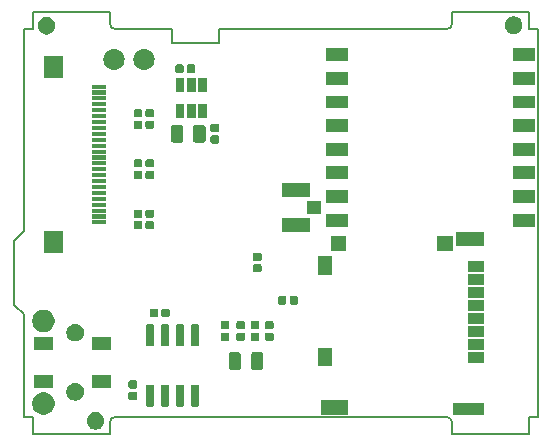
<source format=gbr>
%TF.GenerationSoftware,KiCad,Pcbnew,5.0.2-bee76a0~70~ubuntu18.04.1*%
%TF.CreationDate,2020-02-29T17:46:36-08:00*%
%TF.ProjectId,mainboard,6d61696e-626f-4617-9264-2e6b69636164,rev?*%
%TF.SameCoordinates,Original*%
%TF.FileFunction,Soldermask,Bot*%
%TF.FilePolarity,Negative*%
%FSLAX46Y46*%
G04 Gerber Fmt 4.6, Leading zero omitted, Abs format (unit mm)*
G04 Created by KiCad (PCBNEW 5.0.2-bee76a0~70~ubuntu18.04.1) date Sat 29 Feb 2020 05:46:36 PM PST*
%MOMM*%
%LPD*%
G01*
G04 APERTURE LIST*
%ADD10C,0.150000*%
%ADD11C,0.100000*%
G04 APERTURE END LIST*
D10*
X120902460Y-74415942D02*
X120102459Y-74415941D01*
X85102460Y-74415941D02*
G75*
G02X84602460Y-73915941I0J500000D01*
G01*
X113602459Y-73915941D02*
G75*
G02X113102459Y-74415941I-500000J0D01*
G01*
X113102459Y-107215941D02*
G75*
G02X113602459Y-107715941I0J-500000D01*
G01*
X84602460Y-107715941D02*
G75*
G02X85102460Y-107215941I500000J0D01*
G01*
X77340460Y-91475941D02*
X76502460Y-92313941D01*
X77340460Y-98555940D02*
X76502460Y-97790000D01*
X120102460Y-72915941D02*
X113602460Y-72915941D01*
X113602459Y-107715941D02*
X113602460Y-108715941D01*
X85102460Y-107215941D02*
X113102459Y-107215941D01*
X84602460Y-108715941D02*
X84602460Y-107715941D01*
X113602460Y-108715941D02*
X120102459Y-108715940D01*
X113102459Y-74415941D02*
X93872460Y-74415941D01*
X113602460Y-72915941D02*
X113602459Y-73915941D01*
X78102460Y-72915941D02*
X78102460Y-74415941D01*
X93872460Y-74415941D02*
X93872460Y-75565000D01*
X93872460Y-75565000D02*
X89872460Y-75565000D01*
X78102460Y-74415941D02*
X77340460Y-74415941D01*
X77340460Y-74415941D02*
X77340460Y-91475941D01*
X120102460Y-107215940D02*
X120902460Y-107215940D01*
X120102459Y-74415941D02*
X120102460Y-72915941D01*
X89872460Y-75565000D02*
X89872460Y-74415941D01*
X84602460Y-72915941D02*
X78102460Y-72915941D01*
X84602460Y-73915941D02*
X84602460Y-72915941D01*
X89872460Y-74415941D02*
X85102460Y-74415941D01*
X76502460Y-92313941D02*
X76502460Y-97790000D01*
X120902460Y-107215940D02*
X120902460Y-74415942D01*
X78102460Y-107215940D02*
X78102460Y-108715940D01*
X120102459Y-108715940D02*
X120102460Y-107215940D01*
X77340460Y-98555940D02*
X77340460Y-107215940D01*
X78102460Y-108715940D02*
X84602460Y-108715941D01*
X77340460Y-107215940D02*
X78102460Y-107215940D01*
D11*
G36*
X83618767Y-106828822D02*
X83755258Y-106885359D01*
X83878097Y-106967437D01*
X83982563Y-107071903D01*
X84064641Y-107194742D01*
X84121178Y-107331233D01*
X84150000Y-107476131D01*
X84150000Y-107623869D01*
X84121178Y-107768767D01*
X84064641Y-107905258D01*
X83982563Y-108028097D01*
X83878097Y-108132563D01*
X83755258Y-108214641D01*
X83618767Y-108271178D01*
X83473869Y-108300000D01*
X83326131Y-108300000D01*
X83181233Y-108271178D01*
X83044742Y-108214641D01*
X82921903Y-108132563D01*
X82817437Y-108028097D01*
X82735359Y-107905258D01*
X82678822Y-107768767D01*
X82650000Y-107623869D01*
X82650000Y-107476131D01*
X82678822Y-107331233D01*
X82735359Y-107194742D01*
X82817437Y-107071903D01*
X82921903Y-106967437D01*
X83044742Y-106885359D01*
X83181233Y-106828822D01*
X83326131Y-106800000D01*
X83473869Y-106800000D01*
X83618767Y-106828822D01*
X83618767Y-106828822D01*
G37*
G36*
X116256000Y-107083000D02*
X113658000Y-107083000D01*
X113658000Y-106035000D01*
X116256000Y-106035000D01*
X116256000Y-107083000D01*
X116256000Y-107083000D01*
G37*
G36*
X104776000Y-107083000D02*
X102478000Y-107083000D01*
X102478000Y-105835000D01*
X104776000Y-105835000D01*
X104776000Y-107083000D01*
X104776000Y-107083000D01*
G37*
G36*
X79264113Y-105176169D02*
X79436820Y-105247707D01*
X79592252Y-105351563D01*
X79724437Y-105483748D01*
X79828293Y-105639180D01*
X79899831Y-105811887D01*
X79936300Y-105995232D01*
X79936300Y-106182168D01*
X79899831Y-106365513D01*
X79828293Y-106538220D01*
X79724437Y-106693652D01*
X79592252Y-106825837D01*
X79436820Y-106929693D01*
X79264113Y-107001231D01*
X79080768Y-107037700D01*
X78893832Y-107037700D01*
X78710487Y-107001231D01*
X78537780Y-106929693D01*
X78382348Y-106825837D01*
X78250163Y-106693652D01*
X78146307Y-106538220D01*
X78074769Y-106365513D01*
X78038300Y-106182168D01*
X78038300Y-105995232D01*
X78074769Y-105811887D01*
X78146307Y-105639180D01*
X78250163Y-105483748D01*
X78382348Y-105351563D01*
X78537780Y-105247707D01*
X78710487Y-105176169D01*
X78893832Y-105139700D01*
X79080768Y-105139700D01*
X79264113Y-105176169D01*
X79264113Y-105176169D01*
G37*
G36*
X89509418Y-104524113D02*
X89537466Y-104532621D01*
X89563316Y-104546439D01*
X89585970Y-104565030D01*
X89604561Y-104587684D01*
X89618379Y-104613534D01*
X89626887Y-104641582D01*
X89630000Y-104673186D01*
X89630000Y-106216814D01*
X89626887Y-106248418D01*
X89618379Y-106276466D01*
X89604561Y-106302316D01*
X89585970Y-106324970D01*
X89563316Y-106343561D01*
X89537466Y-106357379D01*
X89509418Y-106365887D01*
X89477814Y-106369000D01*
X89084186Y-106369000D01*
X89052582Y-106365887D01*
X89024534Y-106357379D01*
X88998684Y-106343561D01*
X88976030Y-106324970D01*
X88957439Y-106302316D01*
X88943621Y-106276466D01*
X88935113Y-106248418D01*
X88932000Y-106216814D01*
X88932000Y-104673186D01*
X88935113Y-104641582D01*
X88943621Y-104613534D01*
X88957439Y-104587684D01*
X88976030Y-104565030D01*
X88998684Y-104546439D01*
X89024534Y-104532621D01*
X89052582Y-104524113D01*
X89084186Y-104521000D01*
X89477814Y-104521000D01*
X89509418Y-104524113D01*
X89509418Y-104524113D01*
G37*
G36*
X92049418Y-104524113D02*
X92077466Y-104532621D01*
X92103316Y-104546439D01*
X92125970Y-104565030D01*
X92144561Y-104587684D01*
X92158379Y-104613534D01*
X92166887Y-104641582D01*
X92170000Y-104673186D01*
X92170000Y-106216814D01*
X92166887Y-106248418D01*
X92158379Y-106276466D01*
X92144561Y-106302316D01*
X92125970Y-106324970D01*
X92103316Y-106343561D01*
X92077466Y-106357379D01*
X92049418Y-106365887D01*
X92017814Y-106369000D01*
X91624186Y-106369000D01*
X91592582Y-106365887D01*
X91564534Y-106357379D01*
X91538684Y-106343561D01*
X91516030Y-106324970D01*
X91497439Y-106302316D01*
X91483621Y-106276466D01*
X91475113Y-106248418D01*
X91472000Y-106216814D01*
X91472000Y-104673186D01*
X91475113Y-104641582D01*
X91483621Y-104613534D01*
X91497439Y-104587684D01*
X91516030Y-104565030D01*
X91538684Y-104546439D01*
X91564534Y-104532621D01*
X91592582Y-104524113D01*
X91624186Y-104521000D01*
X92017814Y-104521000D01*
X92049418Y-104524113D01*
X92049418Y-104524113D01*
G37*
G36*
X88239418Y-104524113D02*
X88267466Y-104532621D01*
X88293316Y-104546439D01*
X88315970Y-104565030D01*
X88334561Y-104587684D01*
X88348379Y-104613534D01*
X88356887Y-104641582D01*
X88360000Y-104673186D01*
X88360000Y-106216814D01*
X88356887Y-106248418D01*
X88348379Y-106276466D01*
X88334561Y-106302316D01*
X88315970Y-106324970D01*
X88293316Y-106343561D01*
X88267466Y-106357379D01*
X88239418Y-106365887D01*
X88207814Y-106369000D01*
X87814186Y-106369000D01*
X87782582Y-106365887D01*
X87754534Y-106357379D01*
X87728684Y-106343561D01*
X87706030Y-106324970D01*
X87687439Y-106302316D01*
X87673621Y-106276466D01*
X87665113Y-106248418D01*
X87662000Y-106216814D01*
X87662000Y-104673186D01*
X87665113Y-104641582D01*
X87673621Y-104613534D01*
X87687439Y-104587684D01*
X87706030Y-104565030D01*
X87728684Y-104546439D01*
X87754534Y-104532621D01*
X87782582Y-104524113D01*
X87814186Y-104521000D01*
X88207814Y-104521000D01*
X88239418Y-104524113D01*
X88239418Y-104524113D01*
G37*
G36*
X90779418Y-104524113D02*
X90807466Y-104532621D01*
X90833316Y-104546439D01*
X90855970Y-104565030D01*
X90874561Y-104587684D01*
X90888379Y-104613534D01*
X90896887Y-104641582D01*
X90900000Y-104673186D01*
X90900000Y-106216814D01*
X90896887Y-106248418D01*
X90888379Y-106276466D01*
X90874561Y-106302316D01*
X90855970Y-106324970D01*
X90833316Y-106343561D01*
X90807466Y-106357379D01*
X90779418Y-106365887D01*
X90747814Y-106369000D01*
X90354186Y-106369000D01*
X90322582Y-106365887D01*
X90294534Y-106357379D01*
X90268684Y-106343561D01*
X90246030Y-106324970D01*
X90227439Y-106302316D01*
X90213621Y-106276466D01*
X90205113Y-106248418D01*
X90202000Y-106216814D01*
X90202000Y-104673186D01*
X90205113Y-104641582D01*
X90213621Y-104613534D01*
X90227439Y-104587684D01*
X90246030Y-104565030D01*
X90268684Y-104546439D01*
X90294534Y-104532621D01*
X90322582Y-104524113D01*
X90354186Y-104521000D01*
X90747814Y-104521000D01*
X90779418Y-104524113D01*
X90779418Y-104524113D01*
G37*
G36*
X81834203Y-104350169D02*
X81906943Y-104364638D01*
X81952621Y-104383559D01*
X82043979Y-104421400D01*
X82167309Y-104503807D01*
X82272193Y-104608691D01*
X82354600Y-104732021D01*
X82411362Y-104869058D01*
X82440300Y-105014536D01*
X82440300Y-105162864D01*
X82411362Y-105308342D01*
X82354600Y-105445379D01*
X82272193Y-105568709D01*
X82167309Y-105673593D01*
X82043979Y-105756000D01*
X81959010Y-105791195D01*
X81906943Y-105812762D01*
X81834203Y-105827231D01*
X81761464Y-105841700D01*
X81613136Y-105841700D01*
X81540397Y-105827231D01*
X81467657Y-105812762D01*
X81415590Y-105791195D01*
X81330621Y-105756000D01*
X81207291Y-105673593D01*
X81102407Y-105568709D01*
X81020000Y-105445379D01*
X80963238Y-105308342D01*
X80934300Y-105162864D01*
X80934300Y-105014536D01*
X80963238Y-104869058D01*
X81020000Y-104732021D01*
X81102407Y-104608691D01*
X81207291Y-104503807D01*
X81330621Y-104421400D01*
X81421979Y-104383559D01*
X81467657Y-104364638D01*
X81540397Y-104350169D01*
X81613136Y-104335700D01*
X81761464Y-104335700D01*
X81834203Y-104350169D01*
X81834203Y-104350169D01*
G37*
G36*
X86800933Y-105109564D02*
X86828508Y-105117930D01*
X86853922Y-105131514D01*
X86876202Y-105149798D01*
X86894486Y-105172078D01*
X86908070Y-105197492D01*
X86916436Y-105225067D01*
X86919500Y-105256184D01*
X86919500Y-105644816D01*
X86916436Y-105675933D01*
X86908070Y-105703508D01*
X86894486Y-105728922D01*
X86876202Y-105751202D01*
X86853922Y-105769486D01*
X86828508Y-105783070D01*
X86800933Y-105791436D01*
X86769816Y-105794500D01*
X86331184Y-105794500D01*
X86300067Y-105791436D01*
X86272492Y-105783070D01*
X86247078Y-105769486D01*
X86224798Y-105751202D01*
X86206514Y-105728922D01*
X86192930Y-105703508D01*
X86184564Y-105675933D01*
X86181500Y-105644816D01*
X86181500Y-105256184D01*
X86184564Y-105225067D01*
X86192930Y-105197492D01*
X86206514Y-105172078D01*
X86224798Y-105149798D01*
X86247078Y-105131514D01*
X86272492Y-105117930D01*
X86300067Y-105109564D01*
X86331184Y-105106500D01*
X86769816Y-105106500D01*
X86800933Y-105109564D01*
X86800933Y-105109564D01*
G37*
G36*
X86800933Y-104139564D02*
X86828508Y-104147930D01*
X86853922Y-104161514D01*
X86876202Y-104179798D01*
X86894486Y-104202078D01*
X86908070Y-104227492D01*
X86916436Y-104255067D01*
X86919500Y-104286184D01*
X86919500Y-104674816D01*
X86916436Y-104705933D01*
X86908070Y-104733508D01*
X86894486Y-104758922D01*
X86876202Y-104781202D01*
X86853922Y-104799486D01*
X86828508Y-104813070D01*
X86800933Y-104821436D01*
X86769816Y-104824500D01*
X86331184Y-104824500D01*
X86300067Y-104821436D01*
X86272492Y-104813070D01*
X86247078Y-104799486D01*
X86224798Y-104781202D01*
X86206514Y-104758922D01*
X86192930Y-104733508D01*
X86184564Y-104705933D01*
X86181500Y-104674816D01*
X86181500Y-104286184D01*
X86184564Y-104255067D01*
X86192930Y-104227492D01*
X86206514Y-104202078D01*
X86224798Y-104179798D01*
X86247078Y-104161514D01*
X86272492Y-104147930D01*
X86300067Y-104139564D01*
X86331184Y-104136500D01*
X86769816Y-104136500D01*
X86800933Y-104139564D01*
X86800933Y-104139564D01*
G37*
G36*
X79819500Y-104765000D02*
X78221500Y-104765000D01*
X78221500Y-103667000D01*
X79819500Y-103667000D01*
X79819500Y-104765000D01*
X79819500Y-104765000D01*
G37*
G36*
X84719500Y-104765000D02*
X83121500Y-104765000D01*
X83121500Y-103667000D01*
X84719500Y-103667000D01*
X84719500Y-104765000D01*
X84719500Y-104765000D01*
G37*
G36*
X97416957Y-101755914D02*
X97462594Y-101769758D01*
X97504646Y-101792235D01*
X97541511Y-101822489D01*
X97571765Y-101859354D01*
X97594242Y-101901406D01*
X97608086Y-101947043D01*
X97613000Y-101996936D01*
X97613000Y-103003064D01*
X97608086Y-103052957D01*
X97594242Y-103098594D01*
X97571765Y-103140646D01*
X97541511Y-103177511D01*
X97504646Y-103207765D01*
X97462594Y-103230242D01*
X97416957Y-103244086D01*
X97367064Y-103249000D01*
X96785936Y-103249000D01*
X96736043Y-103244086D01*
X96690406Y-103230242D01*
X96648354Y-103207765D01*
X96611489Y-103177511D01*
X96581235Y-103140646D01*
X96558758Y-103098594D01*
X96544914Y-103052957D01*
X96540000Y-103003064D01*
X96540000Y-101996936D01*
X96544914Y-101947043D01*
X96558758Y-101901406D01*
X96581235Y-101859354D01*
X96611489Y-101822489D01*
X96648354Y-101792235D01*
X96690406Y-101769758D01*
X96736043Y-101755914D01*
X96785936Y-101751000D01*
X97367064Y-101751000D01*
X97416957Y-101755914D01*
X97416957Y-101755914D01*
G37*
G36*
X95541957Y-101755914D02*
X95587594Y-101769758D01*
X95629646Y-101792235D01*
X95666511Y-101822489D01*
X95696765Y-101859354D01*
X95719242Y-101901406D01*
X95733086Y-101947043D01*
X95738000Y-101996936D01*
X95738000Y-103003064D01*
X95733086Y-103052957D01*
X95719242Y-103098594D01*
X95696765Y-103140646D01*
X95666511Y-103177511D01*
X95629646Y-103207765D01*
X95587594Y-103230242D01*
X95541957Y-103244086D01*
X95492064Y-103249000D01*
X94910936Y-103249000D01*
X94861043Y-103244086D01*
X94815406Y-103230242D01*
X94773354Y-103207765D01*
X94736489Y-103177511D01*
X94706235Y-103140646D01*
X94683758Y-103098594D01*
X94669914Y-103052957D01*
X94665000Y-103003064D01*
X94665000Y-101996936D01*
X94669914Y-101947043D01*
X94683758Y-101901406D01*
X94706235Y-101859354D01*
X94736489Y-101822489D01*
X94773354Y-101792235D01*
X94815406Y-101769758D01*
X94861043Y-101755914D01*
X94910936Y-101751000D01*
X95492064Y-101751000D01*
X95541957Y-101755914D01*
X95541957Y-101755914D01*
G37*
G36*
X103456000Y-102953000D02*
X102208000Y-102953000D01*
X102208000Y-101355000D01*
X103456000Y-101355000D01*
X103456000Y-102953000D01*
X103456000Y-102953000D01*
G37*
G36*
X116256000Y-102663000D02*
X114918000Y-102663000D01*
X114918000Y-101765000D01*
X116256000Y-101765000D01*
X116256000Y-102663000D01*
X116256000Y-102663000D01*
G37*
G36*
X79819500Y-101565000D02*
X78221500Y-101565000D01*
X78221500Y-100467000D01*
X79819500Y-100467000D01*
X79819500Y-101565000D01*
X79819500Y-101565000D01*
G37*
G36*
X84719500Y-101565000D02*
X83121500Y-101565000D01*
X83121500Y-100467000D01*
X84719500Y-100467000D01*
X84719500Y-101565000D01*
X84719500Y-101565000D01*
G37*
G36*
X116256000Y-101563000D02*
X114918000Y-101563000D01*
X114918000Y-100665000D01*
X116256000Y-100665000D01*
X116256000Y-101563000D01*
X116256000Y-101563000D01*
G37*
G36*
X92049418Y-99374113D02*
X92077466Y-99382621D01*
X92103316Y-99396439D01*
X92125970Y-99415030D01*
X92144561Y-99437684D01*
X92158379Y-99463534D01*
X92166887Y-99491582D01*
X92170000Y-99523186D01*
X92170000Y-101066814D01*
X92166887Y-101098418D01*
X92158379Y-101126466D01*
X92144561Y-101152316D01*
X92125970Y-101174970D01*
X92103316Y-101193561D01*
X92077466Y-101207379D01*
X92049418Y-101215887D01*
X92017814Y-101219000D01*
X91624186Y-101219000D01*
X91592582Y-101215887D01*
X91564534Y-101207379D01*
X91538684Y-101193561D01*
X91516030Y-101174970D01*
X91497439Y-101152316D01*
X91483621Y-101126466D01*
X91475113Y-101098418D01*
X91472000Y-101066814D01*
X91472000Y-99523186D01*
X91475113Y-99491582D01*
X91483621Y-99463534D01*
X91497439Y-99437684D01*
X91516030Y-99415030D01*
X91538684Y-99396439D01*
X91564534Y-99382621D01*
X91592582Y-99374113D01*
X91624186Y-99371000D01*
X92017814Y-99371000D01*
X92049418Y-99374113D01*
X92049418Y-99374113D01*
G37*
G36*
X90779418Y-99374113D02*
X90807466Y-99382621D01*
X90833316Y-99396439D01*
X90855970Y-99415030D01*
X90874561Y-99437684D01*
X90888379Y-99463534D01*
X90896887Y-99491582D01*
X90900000Y-99523186D01*
X90900000Y-101066814D01*
X90896887Y-101098418D01*
X90888379Y-101126466D01*
X90874561Y-101152316D01*
X90855970Y-101174970D01*
X90833316Y-101193561D01*
X90807466Y-101207379D01*
X90779418Y-101215887D01*
X90747814Y-101219000D01*
X90354186Y-101219000D01*
X90322582Y-101215887D01*
X90294534Y-101207379D01*
X90268684Y-101193561D01*
X90246030Y-101174970D01*
X90227439Y-101152316D01*
X90213621Y-101126466D01*
X90205113Y-101098418D01*
X90202000Y-101066814D01*
X90202000Y-99523186D01*
X90205113Y-99491582D01*
X90213621Y-99463534D01*
X90227439Y-99437684D01*
X90246030Y-99415030D01*
X90268684Y-99396439D01*
X90294534Y-99382621D01*
X90322582Y-99374113D01*
X90354186Y-99371000D01*
X90747814Y-99371000D01*
X90779418Y-99374113D01*
X90779418Y-99374113D01*
G37*
G36*
X89509418Y-99374113D02*
X89537466Y-99382621D01*
X89563316Y-99396439D01*
X89585970Y-99415030D01*
X89604561Y-99437684D01*
X89618379Y-99463534D01*
X89626887Y-99491582D01*
X89630000Y-99523186D01*
X89630000Y-101066814D01*
X89626887Y-101098418D01*
X89618379Y-101126466D01*
X89604561Y-101152316D01*
X89585970Y-101174970D01*
X89563316Y-101193561D01*
X89537466Y-101207379D01*
X89509418Y-101215887D01*
X89477814Y-101219000D01*
X89084186Y-101219000D01*
X89052582Y-101215887D01*
X89024534Y-101207379D01*
X88998684Y-101193561D01*
X88976030Y-101174970D01*
X88957439Y-101152316D01*
X88943621Y-101126466D01*
X88935113Y-101098418D01*
X88932000Y-101066814D01*
X88932000Y-99523186D01*
X88935113Y-99491582D01*
X88943621Y-99463534D01*
X88957439Y-99437684D01*
X88976030Y-99415030D01*
X88998684Y-99396439D01*
X89024534Y-99382621D01*
X89052582Y-99374113D01*
X89084186Y-99371000D01*
X89477814Y-99371000D01*
X89509418Y-99374113D01*
X89509418Y-99374113D01*
G37*
G36*
X88239418Y-99374113D02*
X88267466Y-99382621D01*
X88293316Y-99396439D01*
X88315970Y-99415030D01*
X88334561Y-99437684D01*
X88348379Y-99463534D01*
X88356887Y-99491582D01*
X88360000Y-99523186D01*
X88360000Y-101066814D01*
X88356887Y-101098418D01*
X88348379Y-101126466D01*
X88334561Y-101152316D01*
X88315970Y-101174970D01*
X88293316Y-101193561D01*
X88267466Y-101207379D01*
X88239418Y-101215887D01*
X88207814Y-101219000D01*
X87814186Y-101219000D01*
X87782582Y-101215887D01*
X87754534Y-101207379D01*
X87728684Y-101193561D01*
X87706030Y-101174970D01*
X87687439Y-101152316D01*
X87673621Y-101126466D01*
X87665113Y-101098418D01*
X87662000Y-101066814D01*
X87662000Y-99523186D01*
X87665113Y-99491582D01*
X87673621Y-99463534D01*
X87687439Y-99437684D01*
X87706030Y-99415030D01*
X87728684Y-99396439D01*
X87754534Y-99382621D01*
X87782582Y-99374113D01*
X87814186Y-99371000D01*
X88207814Y-99371000D01*
X88239418Y-99374113D01*
X88239418Y-99374113D01*
G37*
G36*
X81834203Y-99350169D02*
X81906943Y-99364638D01*
X81950357Y-99382621D01*
X82043979Y-99421400D01*
X82167309Y-99503807D01*
X82272193Y-99608691D01*
X82354600Y-99732021D01*
X82411362Y-99869058D01*
X82440300Y-100014536D01*
X82440300Y-100162864D01*
X82411362Y-100308342D01*
X82354600Y-100445379D01*
X82272193Y-100568709D01*
X82167309Y-100673593D01*
X82043979Y-100756000D01*
X81952621Y-100793841D01*
X81906943Y-100812762D01*
X81834203Y-100827231D01*
X81761464Y-100841700D01*
X81613136Y-100841700D01*
X81540397Y-100827231D01*
X81467657Y-100812762D01*
X81421979Y-100793841D01*
X81330621Y-100756000D01*
X81207291Y-100673593D01*
X81102407Y-100568709D01*
X81020000Y-100445379D01*
X80963238Y-100308342D01*
X80934300Y-100162864D01*
X80934300Y-100014536D01*
X80963238Y-99869058D01*
X81020000Y-99732021D01*
X81102407Y-99608691D01*
X81207291Y-99503807D01*
X81330621Y-99421400D01*
X81424243Y-99382621D01*
X81467657Y-99364638D01*
X81540397Y-99350169D01*
X81613136Y-99335700D01*
X81761464Y-99335700D01*
X81834203Y-99350169D01*
X81834203Y-99350169D01*
G37*
G36*
X94611433Y-100095604D02*
X94639008Y-100103970D01*
X94664422Y-100117554D01*
X94686702Y-100135838D01*
X94704986Y-100158118D01*
X94718570Y-100183532D01*
X94726936Y-100211107D01*
X94730000Y-100242224D01*
X94730000Y-100630856D01*
X94726936Y-100661973D01*
X94718570Y-100689548D01*
X94704986Y-100714962D01*
X94686702Y-100737242D01*
X94664422Y-100755526D01*
X94639008Y-100769110D01*
X94611433Y-100777476D01*
X94580316Y-100780540D01*
X94141684Y-100780540D01*
X94110567Y-100777476D01*
X94082992Y-100769110D01*
X94057578Y-100755526D01*
X94035298Y-100737242D01*
X94017014Y-100714962D01*
X94003430Y-100689548D01*
X93995064Y-100661973D01*
X93992000Y-100630856D01*
X93992000Y-100242224D01*
X93995064Y-100211107D01*
X94003430Y-100183532D01*
X94017014Y-100158118D01*
X94035298Y-100135838D01*
X94057578Y-100117554D01*
X94082992Y-100103970D01*
X94110567Y-100095604D01*
X94141684Y-100092540D01*
X94580316Y-100092540D01*
X94611433Y-100095604D01*
X94611433Y-100095604D01*
G37*
G36*
X97151433Y-100093064D02*
X97179008Y-100101430D01*
X97204422Y-100115014D01*
X97226702Y-100133298D01*
X97244986Y-100155578D01*
X97258570Y-100180992D01*
X97266936Y-100208567D01*
X97270000Y-100239684D01*
X97270000Y-100628316D01*
X97266936Y-100659433D01*
X97258570Y-100687008D01*
X97244986Y-100712422D01*
X97226702Y-100734702D01*
X97204422Y-100752986D01*
X97179008Y-100766570D01*
X97151433Y-100774936D01*
X97120316Y-100778000D01*
X96681684Y-100778000D01*
X96650567Y-100774936D01*
X96622992Y-100766570D01*
X96597578Y-100752986D01*
X96575298Y-100734702D01*
X96557014Y-100712422D01*
X96543430Y-100687008D01*
X96535064Y-100659433D01*
X96532000Y-100628316D01*
X96532000Y-100239684D01*
X96535064Y-100208567D01*
X96543430Y-100180992D01*
X96557014Y-100155578D01*
X96575298Y-100133298D01*
X96597578Y-100115014D01*
X96622992Y-100101430D01*
X96650567Y-100093064D01*
X96681684Y-100090000D01*
X97120316Y-100090000D01*
X97151433Y-100093064D01*
X97151433Y-100093064D01*
G37*
G36*
X95944933Y-100093064D02*
X95972508Y-100101430D01*
X95997922Y-100115014D01*
X96020202Y-100133298D01*
X96038486Y-100155578D01*
X96052070Y-100180992D01*
X96060436Y-100208567D01*
X96063500Y-100239684D01*
X96063500Y-100628316D01*
X96060436Y-100659433D01*
X96052070Y-100687008D01*
X96038486Y-100712422D01*
X96020202Y-100734702D01*
X95997922Y-100752986D01*
X95972508Y-100766570D01*
X95944933Y-100774936D01*
X95913816Y-100778000D01*
X95475184Y-100778000D01*
X95444067Y-100774936D01*
X95416492Y-100766570D01*
X95391078Y-100752986D01*
X95368798Y-100734702D01*
X95350514Y-100712422D01*
X95336930Y-100687008D01*
X95328564Y-100659433D01*
X95325500Y-100628316D01*
X95325500Y-100239684D01*
X95328564Y-100208567D01*
X95336930Y-100180992D01*
X95350514Y-100155578D01*
X95368798Y-100133298D01*
X95391078Y-100115014D01*
X95416492Y-100101430D01*
X95444067Y-100093064D01*
X95475184Y-100090000D01*
X95913816Y-100090000D01*
X95944933Y-100093064D01*
X95944933Y-100093064D01*
G37*
G36*
X98357933Y-100093064D02*
X98385508Y-100101430D01*
X98410922Y-100115014D01*
X98433202Y-100133298D01*
X98451486Y-100155578D01*
X98465070Y-100180992D01*
X98473436Y-100208567D01*
X98476500Y-100239684D01*
X98476500Y-100628316D01*
X98473436Y-100659433D01*
X98465070Y-100687008D01*
X98451486Y-100712422D01*
X98433202Y-100734702D01*
X98410922Y-100752986D01*
X98385508Y-100766570D01*
X98357933Y-100774936D01*
X98326816Y-100778000D01*
X97888184Y-100778000D01*
X97857067Y-100774936D01*
X97829492Y-100766570D01*
X97804078Y-100752986D01*
X97781798Y-100734702D01*
X97763514Y-100712422D01*
X97749930Y-100687008D01*
X97741564Y-100659433D01*
X97738500Y-100628316D01*
X97738500Y-100239684D01*
X97741564Y-100208567D01*
X97749930Y-100180992D01*
X97763514Y-100155578D01*
X97781798Y-100133298D01*
X97804078Y-100115014D01*
X97829492Y-100101430D01*
X97857067Y-100093064D01*
X97888184Y-100090000D01*
X98326816Y-100090000D01*
X98357933Y-100093064D01*
X98357933Y-100093064D01*
G37*
G36*
X116256000Y-100463000D02*
X114918000Y-100463000D01*
X114918000Y-99565000D01*
X116256000Y-99565000D01*
X116256000Y-100463000D01*
X116256000Y-100463000D01*
G37*
G36*
X79264113Y-98176169D02*
X79436820Y-98247707D01*
X79592252Y-98351563D01*
X79724437Y-98483748D01*
X79828293Y-98639180D01*
X79899831Y-98811887D01*
X79936300Y-98995232D01*
X79936300Y-99182168D01*
X79899831Y-99365513D01*
X79828293Y-99538220D01*
X79724437Y-99693652D01*
X79592252Y-99825837D01*
X79436820Y-99929693D01*
X79264113Y-100001231D01*
X79080768Y-100037700D01*
X78893832Y-100037700D01*
X78710487Y-100001231D01*
X78537780Y-99929693D01*
X78382348Y-99825837D01*
X78250163Y-99693652D01*
X78146307Y-99538220D01*
X78074769Y-99365513D01*
X78038300Y-99182168D01*
X78038300Y-98995232D01*
X78074769Y-98811887D01*
X78146307Y-98639180D01*
X78250163Y-98483748D01*
X78382348Y-98351563D01*
X78537780Y-98247707D01*
X78710487Y-98176169D01*
X78893832Y-98139700D01*
X79080768Y-98139700D01*
X79264113Y-98176169D01*
X79264113Y-98176169D01*
G37*
G36*
X94611433Y-99125604D02*
X94639008Y-99133970D01*
X94664422Y-99147554D01*
X94686702Y-99165838D01*
X94704986Y-99188118D01*
X94718570Y-99213532D01*
X94726936Y-99241107D01*
X94730000Y-99272224D01*
X94730000Y-99660856D01*
X94726936Y-99691973D01*
X94718570Y-99719548D01*
X94704986Y-99744962D01*
X94686702Y-99767242D01*
X94664422Y-99785526D01*
X94639008Y-99799110D01*
X94611433Y-99807476D01*
X94580316Y-99810540D01*
X94141684Y-99810540D01*
X94110567Y-99807476D01*
X94082992Y-99799110D01*
X94057578Y-99785526D01*
X94035298Y-99767242D01*
X94017014Y-99744962D01*
X94003430Y-99719548D01*
X93995064Y-99691973D01*
X93992000Y-99660856D01*
X93992000Y-99272224D01*
X93995064Y-99241107D01*
X94003430Y-99213532D01*
X94017014Y-99188118D01*
X94035298Y-99165838D01*
X94057578Y-99147554D01*
X94082992Y-99133970D01*
X94110567Y-99125604D01*
X94141684Y-99122540D01*
X94580316Y-99122540D01*
X94611433Y-99125604D01*
X94611433Y-99125604D01*
G37*
G36*
X95944933Y-99123064D02*
X95972508Y-99131430D01*
X95997922Y-99145014D01*
X96020202Y-99163298D01*
X96038486Y-99185578D01*
X96052070Y-99210992D01*
X96060436Y-99238567D01*
X96063500Y-99269684D01*
X96063500Y-99658316D01*
X96060436Y-99689433D01*
X96052070Y-99717008D01*
X96038486Y-99742422D01*
X96020202Y-99764702D01*
X95997922Y-99782986D01*
X95972508Y-99796570D01*
X95944933Y-99804936D01*
X95913816Y-99808000D01*
X95475184Y-99808000D01*
X95444067Y-99804936D01*
X95416492Y-99796570D01*
X95391078Y-99782986D01*
X95368798Y-99764702D01*
X95350514Y-99742422D01*
X95336930Y-99717008D01*
X95328564Y-99689433D01*
X95325500Y-99658316D01*
X95325500Y-99269684D01*
X95328564Y-99238567D01*
X95336930Y-99210992D01*
X95350514Y-99185578D01*
X95368798Y-99163298D01*
X95391078Y-99145014D01*
X95416492Y-99131430D01*
X95444067Y-99123064D01*
X95475184Y-99120000D01*
X95913816Y-99120000D01*
X95944933Y-99123064D01*
X95944933Y-99123064D01*
G37*
G36*
X98357933Y-99123064D02*
X98385508Y-99131430D01*
X98410922Y-99145014D01*
X98433202Y-99163298D01*
X98451486Y-99185578D01*
X98465070Y-99210992D01*
X98473436Y-99238567D01*
X98476500Y-99269684D01*
X98476500Y-99658316D01*
X98473436Y-99689433D01*
X98465070Y-99717008D01*
X98451486Y-99742422D01*
X98433202Y-99764702D01*
X98410922Y-99782986D01*
X98385508Y-99796570D01*
X98357933Y-99804936D01*
X98326816Y-99808000D01*
X97888184Y-99808000D01*
X97857067Y-99804936D01*
X97829492Y-99796570D01*
X97804078Y-99782986D01*
X97781798Y-99764702D01*
X97763514Y-99742422D01*
X97749930Y-99717008D01*
X97741564Y-99689433D01*
X97738500Y-99658316D01*
X97738500Y-99269684D01*
X97741564Y-99238567D01*
X97749930Y-99210992D01*
X97763514Y-99185578D01*
X97781798Y-99163298D01*
X97804078Y-99145014D01*
X97829492Y-99131430D01*
X97857067Y-99123064D01*
X97888184Y-99120000D01*
X98326816Y-99120000D01*
X98357933Y-99123064D01*
X98357933Y-99123064D01*
G37*
G36*
X97151433Y-99123064D02*
X97179008Y-99131430D01*
X97204422Y-99145014D01*
X97226702Y-99163298D01*
X97244986Y-99185578D01*
X97258570Y-99210992D01*
X97266936Y-99238567D01*
X97270000Y-99269684D01*
X97270000Y-99658316D01*
X97266936Y-99689433D01*
X97258570Y-99717008D01*
X97244986Y-99742422D01*
X97226702Y-99764702D01*
X97204422Y-99782986D01*
X97179008Y-99796570D01*
X97151433Y-99804936D01*
X97120316Y-99808000D01*
X96681684Y-99808000D01*
X96650567Y-99804936D01*
X96622992Y-99796570D01*
X96597578Y-99782986D01*
X96575298Y-99764702D01*
X96557014Y-99742422D01*
X96543430Y-99717008D01*
X96535064Y-99689433D01*
X96532000Y-99658316D01*
X96532000Y-99269684D01*
X96535064Y-99238567D01*
X96543430Y-99210992D01*
X96557014Y-99185578D01*
X96575298Y-99163298D01*
X96597578Y-99145014D01*
X96622992Y-99131430D01*
X96650567Y-99123064D01*
X96681684Y-99120000D01*
X97120316Y-99120000D01*
X97151433Y-99123064D01*
X97151433Y-99123064D01*
G37*
G36*
X116256000Y-99363000D02*
X114918000Y-99363000D01*
X114918000Y-98465000D01*
X116256000Y-98465000D01*
X116256000Y-99363000D01*
X116256000Y-99363000D01*
G37*
G36*
X88576933Y-98059064D02*
X88604508Y-98067430D01*
X88629922Y-98081014D01*
X88652202Y-98099298D01*
X88670486Y-98121578D01*
X88684070Y-98146992D01*
X88692436Y-98174567D01*
X88695500Y-98205684D01*
X88695500Y-98644316D01*
X88692436Y-98675433D01*
X88684070Y-98703008D01*
X88670486Y-98728422D01*
X88652202Y-98750702D01*
X88629922Y-98768986D01*
X88604508Y-98782570D01*
X88576933Y-98790936D01*
X88545816Y-98794000D01*
X88157184Y-98794000D01*
X88126067Y-98790936D01*
X88098492Y-98782570D01*
X88073078Y-98768986D01*
X88050798Y-98750702D01*
X88032514Y-98728422D01*
X88018930Y-98703008D01*
X88010564Y-98675433D01*
X88007500Y-98644316D01*
X88007500Y-98205684D01*
X88010564Y-98174567D01*
X88018930Y-98146992D01*
X88032514Y-98121578D01*
X88050798Y-98099298D01*
X88073078Y-98081014D01*
X88098492Y-98067430D01*
X88126067Y-98059064D01*
X88157184Y-98056000D01*
X88545816Y-98056000D01*
X88576933Y-98059064D01*
X88576933Y-98059064D01*
G37*
G36*
X89546933Y-98059064D02*
X89574508Y-98067430D01*
X89599922Y-98081014D01*
X89622202Y-98099298D01*
X89640486Y-98121578D01*
X89654070Y-98146992D01*
X89662436Y-98174567D01*
X89665500Y-98205684D01*
X89665500Y-98644316D01*
X89662436Y-98675433D01*
X89654070Y-98703008D01*
X89640486Y-98728422D01*
X89622202Y-98750702D01*
X89599922Y-98768986D01*
X89574508Y-98782570D01*
X89546933Y-98790936D01*
X89515816Y-98794000D01*
X89127184Y-98794000D01*
X89096067Y-98790936D01*
X89068492Y-98782570D01*
X89043078Y-98768986D01*
X89020798Y-98750702D01*
X89002514Y-98728422D01*
X88988930Y-98703008D01*
X88980564Y-98675433D01*
X88977500Y-98644316D01*
X88977500Y-98205684D01*
X88980564Y-98174567D01*
X88988930Y-98146992D01*
X89002514Y-98121578D01*
X89020798Y-98099298D01*
X89043078Y-98081014D01*
X89068492Y-98067430D01*
X89096067Y-98059064D01*
X89127184Y-98056000D01*
X89515816Y-98056000D01*
X89546933Y-98059064D01*
X89546933Y-98059064D01*
G37*
G36*
X116256000Y-98263000D02*
X114918000Y-98263000D01*
X114918000Y-97365000D01*
X116256000Y-97365000D01*
X116256000Y-98263000D01*
X116256000Y-98263000D01*
G37*
G36*
X99435433Y-96979564D02*
X99463008Y-96987930D01*
X99488422Y-97001514D01*
X99510702Y-97019798D01*
X99528986Y-97042078D01*
X99542570Y-97067492D01*
X99550936Y-97095067D01*
X99554000Y-97126184D01*
X99554000Y-97564816D01*
X99550936Y-97595933D01*
X99542570Y-97623508D01*
X99528986Y-97648922D01*
X99510702Y-97671202D01*
X99488422Y-97689486D01*
X99463008Y-97703070D01*
X99435433Y-97711436D01*
X99404316Y-97714500D01*
X99015684Y-97714500D01*
X98984567Y-97711436D01*
X98956992Y-97703070D01*
X98931578Y-97689486D01*
X98909298Y-97671202D01*
X98891014Y-97648922D01*
X98877430Y-97623508D01*
X98869064Y-97595933D01*
X98866000Y-97564816D01*
X98866000Y-97126184D01*
X98869064Y-97095067D01*
X98877430Y-97067492D01*
X98891014Y-97042078D01*
X98909298Y-97019798D01*
X98931578Y-97001514D01*
X98956992Y-96987930D01*
X98984567Y-96979564D01*
X99015684Y-96976500D01*
X99404316Y-96976500D01*
X99435433Y-96979564D01*
X99435433Y-96979564D01*
G37*
G36*
X100405433Y-96979564D02*
X100433008Y-96987930D01*
X100458422Y-97001514D01*
X100480702Y-97019798D01*
X100498986Y-97042078D01*
X100512570Y-97067492D01*
X100520936Y-97095067D01*
X100524000Y-97126184D01*
X100524000Y-97564816D01*
X100520936Y-97595933D01*
X100512570Y-97623508D01*
X100498986Y-97648922D01*
X100480702Y-97671202D01*
X100458422Y-97689486D01*
X100433008Y-97703070D01*
X100405433Y-97711436D01*
X100374316Y-97714500D01*
X99985684Y-97714500D01*
X99954567Y-97711436D01*
X99926992Y-97703070D01*
X99901578Y-97689486D01*
X99879298Y-97671202D01*
X99861014Y-97648922D01*
X99847430Y-97623508D01*
X99839064Y-97595933D01*
X99836000Y-97564816D01*
X99836000Y-97126184D01*
X99839064Y-97095067D01*
X99847430Y-97067492D01*
X99861014Y-97042078D01*
X99879298Y-97019798D01*
X99901578Y-97001514D01*
X99926992Y-96987930D01*
X99954567Y-96979564D01*
X99985684Y-96976500D01*
X100374316Y-96976500D01*
X100405433Y-96979564D01*
X100405433Y-96979564D01*
G37*
G36*
X116256000Y-97163000D02*
X114918000Y-97163000D01*
X114918000Y-96265000D01*
X116256000Y-96265000D01*
X116256000Y-97163000D01*
X116256000Y-97163000D01*
G37*
G36*
X116256000Y-96063000D02*
X114918000Y-96063000D01*
X114918000Y-95165000D01*
X116256000Y-95165000D01*
X116256000Y-96063000D01*
X116256000Y-96063000D01*
G37*
G36*
X103456000Y-95173000D02*
X102208000Y-95173000D01*
X102208000Y-93575000D01*
X103456000Y-93575000D01*
X103456000Y-95173000D01*
X103456000Y-95173000D01*
G37*
G36*
X97341933Y-94314564D02*
X97369508Y-94322930D01*
X97394922Y-94336514D01*
X97417202Y-94354798D01*
X97435486Y-94377078D01*
X97449070Y-94402492D01*
X97457436Y-94430067D01*
X97460500Y-94461184D01*
X97460500Y-94849816D01*
X97457436Y-94880933D01*
X97449070Y-94908508D01*
X97435486Y-94933922D01*
X97417202Y-94956202D01*
X97394922Y-94974486D01*
X97369508Y-94988070D01*
X97341933Y-94996436D01*
X97310816Y-94999500D01*
X96872184Y-94999500D01*
X96841067Y-94996436D01*
X96813492Y-94988070D01*
X96788078Y-94974486D01*
X96765798Y-94956202D01*
X96747514Y-94933922D01*
X96733930Y-94908508D01*
X96725564Y-94880933D01*
X96722500Y-94849816D01*
X96722500Y-94461184D01*
X96725564Y-94430067D01*
X96733930Y-94402492D01*
X96747514Y-94377078D01*
X96765798Y-94354798D01*
X96788078Y-94336514D01*
X96813492Y-94322930D01*
X96841067Y-94314564D01*
X96872184Y-94311500D01*
X97310816Y-94311500D01*
X97341933Y-94314564D01*
X97341933Y-94314564D01*
G37*
G36*
X116256000Y-94963000D02*
X114918000Y-94963000D01*
X114918000Y-94065000D01*
X116256000Y-94065000D01*
X116256000Y-94963000D01*
X116256000Y-94963000D01*
G37*
G36*
X97341933Y-93344564D02*
X97369508Y-93352930D01*
X97394922Y-93366514D01*
X97417202Y-93384798D01*
X97435486Y-93407078D01*
X97449070Y-93432492D01*
X97457436Y-93460067D01*
X97460500Y-93491184D01*
X97460500Y-93879816D01*
X97457436Y-93910933D01*
X97449070Y-93938508D01*
X97435486Y-93963922D01*
X97417202Y-93986202D01*
X97394922Y-94004486D01*
X97369508Y-94018070D01*
X97341933Y-94026436D01*
X97310816Y-94029500D01*
X96872184Y-94029500D01*
X96841067Y-94026436D01*
X96813492Y-94018070D01*
X96788078Y-94004486D01*
X96765798Y-93986202D01*
X96747514Y-93963922D01*
X96733930Y-93938508D01*
X96725564Y-93910933D01*
X96722500Y-93879816D01*
X96722500Y-93491184D01*
X96725564Y-93460067D01*
X96733930Y-93432492D01*
X96747514Y-93407078D01*
X96765798Y-93384798D01*
X96788078Y-93366514D01*
X96813492Y-93352930D01*
X96841067Y-93344564D01*
X96872184Y-93341500D01*
X97310816Y-93341500D01*
X97341933Y-93344564D01*
X97341933Y-93344564D01*
G37*
G36*
X80609780Y-93310260D02*
X79011780Y-93310260D01*
X79011780Y-91512260D01*
X80609780Y-91512260D01*
X80609780Y-93310260D01*
X80609780Y-93310260D01*
G37*
G36*
X113631000Y-93203000D02*
X112283000Y-93203000D01*
X112283000Y-91945000D01*
X113631000Y-91945000D01*
X113631000Y-93203000D01*
X113631000Y-93203000D01*
G37*
G36*
X104606000Y-93203000D02*
X103308000Y-93203000D01*
X103308000Y-91945000D01*
X104606000Y-91945000D01*
X104606000Y-93203000D01*
X104606000Y-93203000D01*
G37*
G36*
X116256000Y-92793000D02*
X113958000Y-92793000D01*
X113958000Y-91545000D01*
X116256000Y-91545000D01*
X116256000Y-92793000D01*
X116256000Y-92793000D01*
G37*
G36*
X101554800Y-91533200D02*
X99206800Y-91533200D01*
X99206800Y-90385200D01*
X101554800Y-90385200D01*
X101554800Y-91533200D01*
X101554800Y-91533200D01*
G37*
G36*
X87250433Y-90644064D02*
X87278008Y-90652430D01*
X87303422Y-90666014D01*
X87325702Y-90684298D01*
X87343986Y-90706578D01*
X87357570Y-90731992D01*
X87365936Y-90759567D01*
X87369000Y-90790684D01*
X87369000Y-91179316D01*
X87365936Y-91210433D01*
X87357570Y-91238008D01*
X87343986Y-91263422D01*
X87325702Y-91285702D01*
X87303422Y-91303986D01*
X87278008Y-91317570D01*
X87250433Y-91325936D01*
X87219316Y-91329000D01*
X86780684Y-91329000D01*
X86749567Y-91325936D01*
X86721992Y-91317570D01*
X86696578Y-91303986D01*
X86674298Y-91285702D01*
X86656014Y-91263422D01*
X86642430Y-91238008D01*
X86634064Y-91210433D01*
X86631000Y-91179316D01*
X86631000Y-90790684D01*
X86634064Y-90759567D01*
X86642430Y-90731992D01*
X86656014Y-90706578D01*
X86674298Y-90684298D01*
X86696578Y-90666014D01*
X86721992Y-90652430D01*
X86749567Y-90644064D01*
X86780684Y-90641000D01*
X87219316Y-90641000D01*
X87250433Y-90644064D01*
X87250433Y-90644064D01*
G37*
G36*
X88250433Y-90644064D02*
X88278008Y-90652430D01*
X88303422Y-90666014D01*
X88325702Y-90684298D01*
X88343986Y-90706578D01*
X88357570Y-90731992D01*
X88365936Y-90759567D01*
X88369000Y-90790684D01*
X88369000Y-91179316D01*
X88365936Y-91210433D01*
X88357570Y-91238008D01*
X88343986Y-91263422D01*
X88325702Y-91285702D01*
X88303422Y-91303986D01*
X88278008Y-91317570D01*
X88250433Y-91325936D01*
X88219316Y-91329000D01*
X87780684Y-91329000D01*
X87749567Y-91325936D01*
X87721992Y-91317570D01*
X87696578Y-91303986D01*
X87674298Y-91285702D01*
X87656014Y-91263422D01*
X87642430Y-91238008D01*
X87634064Y-91210433D01*
X87631000Y-91179316D01*
X87631000Y-90790684D01*
X87634064Y-90759567D01*
X87642430Y-90731992D01*
X87656014Y-90706578D01*
X87674298Y-90684298D01*
X87696578Y-90666014D01*
X87721992Y-90652430D01*
X87749567Y-90644064D01*
X87780684Y-90641000D01*
X88219316Y-90641000D01*
X88250433Y-90644064D01*
X88250433Y-90644064D01*
G37*
G36*
X104809000Y-91115000D02*
X102911000Y-91115000D01*
X102911000Y-90017000D01*
X104809000Y-90017000D01*
X104809000Y-91115000D01*
X104809000Y-91115000D01*
G37*
G36*
X120609000Y-91115000D02*
X118711000Y-91115000D01*
X118711000Y-90017000D01*
X120609000Y-90017000D01*
X120609000Y-91115000D01*
X120609000Y-91115000D01*
G37*
G36*
X84309780Y-90935260D02*
X83111780Y-90935260D01*
X83111780Y-90587260D01*
X84309780Y-90587260D01*
X84309780Y-90935260D01*
X84309780Y-90935260D01*
G37*
G36*
X84309780Y-90435260D02*
X83111780Y-90435260D01*
X83111780Y-90087260D01*
X84309780Y-90087260D01*
X84309780Y-90435260D01*
X84309780Y-90435260D01*
G37*
G36*
X87250433Y-89674064D02*
X87278008Y-89682430D01*
X87303422Y-89696014D01*
X87325702Y-89714298D01*
X87343986Y-89736578D01*
X87357570Y-89761992D01*
X87365936Y-89789567D01*
X87369000Y-89820684D01*
X87369000Y-90209316D01*
X87365936Y-90240433D01*
X87357570Y-90268008D01*
X87343986Y-90293422D01*
X87325702Y-90315702D01*
X87303422Y-90333986D01*
X87278008Y-90347570D01*
X87250433Y-90355936D01*
X87219316Y-90359000D01*
X86780684Y-90359000D01*
X86749567Y-90355936D01*
X86721992Y-90347570D01*
X86696578Y-90333986D01*
X86674298Y-90315702D01*
X86656014Y-90293422D01*
X86642430Y-90268008D01*
X86634064Y-90240433D01*
X86631000Y-90209316D01*
X86631000Y-89820684D01*
X86634064Y-89789567D01*
X86642430Y-89761992D01*
X86656014Y-89736578D01*
X86674298Y-89714298D01*
X86696578Y-89696014D01*
X86721992Y-89682430D01*
X86749567Y-89674064D01*
X86780684Y-89671000D01*
X87219316Y-89671000D01*
X87250433Y-89674064D01*
X87250433Y-89674064D01*
G37*
G36*
X88250433Y-89674064D02*
X88278008Y-89682430D01*
X88303422Y-89696014D01*
X88325702Y-89714298D01*
X88343986Y-89736578D01*
X88357570Y-89761992D01*
X88365936Y-89789567D01*
X88369000Y-89820684D01*
X88369000Y-90209316D01*
X88365936Y-90240433D01*
X88357570Y-90268008D01*
X88343986Y-90293422D01*
X88325702Y-90315702D01*
X88303422Y-90333986D01*
X88278008Y-90347570D01*
X88250433Y-90355936D01*
X88219316Y-90359000D01*
X87780684Y-90359000D01*
X87749567Y-90355936D01*
X87721992Y-90347570D01*
X87696578Y-90333986D01*
X87674298Y-90315702D01*
X87656014Y-90293422D01*
X87642430Y-90268008D01*
X87634064Y-90240433D01*
X87631000Y-90209316D01*
X87631000Y-89820684D01*
X87634064Y-89789567D01*
X87642430Y-89761992D01*
X87656014Y-89736578D01*
X87674298Y-89714298D01*
X87696578Y-89696014D01*
X87721992Y-89682430D01*
X87749567Y-89674064D01*
X87780684Y-89671000D01*
X88219316Y-89671000D01*
X88250433Y-89674064D01*
X88250433Y-89674064D01*
G37*
G36*
X102479800Y-90058200D02*
X101331800Y-90058200D01*
X101331800Y-88910200D01*
X102479800Y-88910200D01*
X102479800Y-90058200D01*
X102479800Y-90058200D01*
G37*
G36*
X84309780Y-89935260D02*
X83111780Y-89935260D01*
X83111780Y-89587260D01*
X84309780Y-89587260D01*
X84309780Y-89935260D01*
X84309780Y-89935260D01*
G37*
G36*
X84309780Y-89435260D02*
X83111780Y-89435260D01*
X83111780Y-89087260D01*
X84309780Y-89087260D01*
X84309780Y-89435260D01*
X84309780Y-89435260D01*
G37*
G36*
X120609000Y-89115000D02*
X118711000Y-89115000D01*
X118711000Y-88017000D01*
X120609000Y-88017000D01*
X120609000Y-89115000D01*
X120609000Y-89115000D01*
G37*
G36*
X104809000Y-89115000D02*
X102911000Y-89115000D01*
X102911000Y-88017000D01*
X104809000Y-88017000D01*
X104809000Y-89115000D01*
X104809000Y-89115000D01*
G37*
G36*
X84309780Y-88935260D02*
X83111780Y-88935260D01*
X83111780Y-88587260D01*
X84309780Y-88587260D01*
X84309780Y-88935260D01*
X84309780Y-88935260D01*
G37*
G36*
X101554800Y-88583200D02*
X99206800Y-88583200D01*
X99206800Y-87435200D01*
X101554800Y-87435200D01*
X101554800Y-88583200D01*
X101554800Y-88583200D01*
G37*
G36*
X84309780Y-88435260D02*
X83111780Y-88435260D01*
X83111780Y-88087260D01*
X84309780Y-88087260D01*
X84309780Y-88435260D01*
X84309780Y-88435260D01*
G37*
G36*
X84309780Y-87935260D02*
X83111780Y-87935260D01*
X83111780Y-87587260D01*
X84309780Y-87587260D01*
X84309780Y-87935260D01*
X84309780Y-87935260D01*
G37*
G36*
X84309780Y-87435260D02*
X83111780Y-87435260D01*
X83111780Y-87087260D01*
X84309780Y-87087260D01*
X84309780Y-87435260D01*
X84309780Y-87435260D01*
G37*
G36*
X120609000Y-87115000D02*
X118711000Y-87115000D01*
X118711000Y-86017000D01*
X120609000Y-86017000D01*
X120609000Y-87115000D01*
X120609000Y-87115000D01*
G37*
G36*
X104809000Y-87115000D02*
X102911000Y-87115000D01*
X102911000Y-86017000D01*
X104809000Y-86017000D01*
X104809000Y-87115000D01*
X104809000Y-87115000D01*
G37*
G36*
X87250433Y-86394064D02*
X87278008Y-86402430D01*
X87303422Y-86416014D01*
X87325702Y-86434298D01*
X87343986Y-86456578D01*
X87357570Y-86481992D01*
X87365936Y-86509567D01*
X87369000Y-86540684D01*
X87369000Y-86929316D01*
X87365936Y-86960433D01*
X87357570Y-86988008D01*
X87343986Y-87013422D01*
X87325702Y-87035702D01*
X87303422Y-87053986D01*
X87278008Y-87067570D01*
X87250433Y-87075936D01*
X87219316Y-87079000D01*
X86780684Y-87079000D01*
X86749567Y-87075936D01*
X86721992Y-87067570D01*
X86696578Y-87053986D01*
X86674298Y-87035702D01*
X86656014Y-87013422D01*
X86642430Y-86988008D01*
X86634064Y-86960433D01*
X86631000Y-86929316D01*
X86631000Y-86540684D01*
X86634064Y-86509567D01*
X86642430Y-86481992D01*
X86656014Y-86456578D01*
X86674298Y-86434298D01*
X86696578Y-86416014D01*
X86721992Y-86402430D01*
X86749567Y-86394064D01*
X86780684Y-86391000D01*
X87219316Y-86391000D01*
X87250433Y-86394064D01*
X87250433Y-86394064D01*
G37*
G36*
X88250433Y-86394064D02*
X88278008Y-86402430D01*
X88303422Y-86416014D01*
X88325702Y-86434298D01*
X88343986Y-86456578D01*
X88357570Y-86481992D01*
X88365936Y-86509567D01*
X88369000Y-86540684D01*
X88369000Y-86929316D01*
X88365936Y-86960433D01*
X88357570Y-86988008D01*
X88343986Y-87013422D01*
X88325702Y-87035702D01*
X88303422Y-87053986D01*
X88278008Y-87067570D01*
X88250433Y-87075936D01*
X88219316Y-87079000D01*
X87780684Y-87079000D01*
X87749567Y-87075936D01*
X87721992Y-87067570D01*
X87696578Y-87053986D01*
X87674298Y-87035702D01*
X87656014Y-87013422D01*
X87642430Y-86988008D01*
X87634064Y-86960433D01*
X87631000Y-86929316D01*
X87631000Y-86540684D01*
X87634064Y-86509567D01*
X87642430Y-86481992D01*
X87656014Y-86456578D01*
X87674298Y-86434298D01*
X87696578Y-86416014D01*
X87721992Y-86402430D01*
X87749567Y-86394064D01*
X87780684Y-86391000D01*
X88219316Y-86391000D01*
X88250433Y-86394064D01*
X88250433Y-86394064D01*
G37*
G36*
X84309780Y-86935260D02*
X83111780Y-86935260D01*
X83111780Y-86587260D01*
X84309780Y-86587260D01*
X84309780Y-86935260D01*
X84309780Y-86935260D01*
G37*
G36*
X84309780Y-86435260D02*
X83111780Y-86435260D01*
X83111780Y-86087260D01*
X84309780Y-86087260D01*
X84309780Y-86435260D01*
X84309780Y-86435260D01*
G37*
G36*
X87250433Y-85424064D02*
X87278008Y-85432430D01*
X87303422Y-85446014D01*
X87325702Y-85464298D01*
X87343986Y-85486578D01*
X87357570Y-85511992D01*
X87365936Y-85539567D01*
X87369000Y-85570684D01*
X87369000Y-85959316D01*
X87365936Y-85990433D01*
X87357570Y-86018008D01*
X87343986Y-86043422D01*
X87325702Y-86065702D01*
X87303422Y-86083986D01*
X87278008Y-86097570D01*
X87250433Y-86105936D01*
X87219316Y-86109000D01*
X86780684Y-86109000D01*
X86749567Y-86105936D01*
X86721992Y-86097570D01*
X86696578Y-86083986D01*
X86674298Y-86065702D01*
X86656014Y-86043422D01*
X86642430Y-86018008D01*
X86634064Y-85990433D01*
X86631000Y-85959316D01*
X86631000Y-85570684D01*
X86634064Y-85539567D01*
X86642430Y-85511992D01*
X86656014Y-85486578D01*
X86674298Y-85464298D01*
X86696578Y-85446014D01*
X86721992Y-85432430D01*
X86749567Y-85424064D01*
X86780684Y-85421000D01*
X87219316Y-85421000D01*
X87250433Y-85424064D01*
X87250433Y-85424064D01*
G37*
G36*
X88250433Y-85424064D02*
X88278008Y-85432430D01*
X88303422Y-85446014D01*
X88325702Y-85464298D01*
X88343986Y-85486578D01*
X88357570Y-85511992D01*
X88365936Y-85539567D01*
X88369000Y-85570684D01*
X88369000Y-85959316D01*
X88365936Y-85990433D01*
X88357570Y-86018008D01*
X88343986Y-86043422D01*
X88325702Y-86065702D01*
X88303422Y-86083986D01*
X88278008Y-86097570D01*
X88250433Y-86105936D01*
X88219316Y-86109000D01*
X87780684Y-86109000D01*
X87749567Y-86105936D01*
X87721992Y-86097570D01*
X87696578Y-86083986D01*
X87674298Y-86065702D01*
X87656014Y-86043422D01*
X87642430Y-86018008D01*
X87634064Y-85990433D01*
X87631000Y-85959316D01*
X87631000Y-85570684D01*
X87634064Y-85539567D01*
X87642430Y-85511992D01*
X87656014Y-85486578D01*
X87674298Y-85464298D01*
X87696578Y-85446014D01*
X87721992Y-85432430D01*
X87749567Y-85424064D01*
X87780684Y-85421000D01*
X88219316Y-85421000D01*
X88250433Y-85424064D01*
X88250433Y-85424064D01*
G37*
G36*
X84309780Y-85935260D02*
X83111780Y-85935260D01*
X83111780Y-85587260D01*
X84309780Y-85587260D01*
X84309780Y-85935260D01*
X84309780Y-85935260D01*
G37*
G36*
X84309780Y-85435260D02*
X83111780Y-85435260D01*
X83111780Y-85087260D01*
X84309780Y-85087260D01*
X84309780Y-85435260D01*
X84309780Y-85435260D01*
G37*
G36*
X120609000Y-85115000D02*
X118711000Y-85115000D01*
X118711000Y-84017000D01*
X120609000Y-84017000D01*
X120609000Y-85115000D01*
X120609000Y-85115000D01*
G37*
G36*
X104809000Y-85115000D02*
X102911000Y-85115000D01*
X102911000Y-84017000D01*
X104809000Y-84017000D01*
X104809000Y-85115000D01*
X104809000Y-85115000D01*
G37*
G36*
X84309780Y-84935260D02*
X83111780Y-84935260D01*
X83111780Y-84587260D01*
X84309780Y-84587260D01*
X84309780Y-84935260D01*
X84309780Y-84935260D01*
G37*
G36*
X84309780Y-84435260D02*
X83111780Y-84435260D01*
X83111780Y-84087260D01*
X84309780Y-84087260D01*
X84309780Y-84435260D01*
X84309780Y-84435260D01*
G37*
G36*
X93750433Y-83394064D02*
X93778008Y-83402430D01*
X93803422Y-83416014D01*
X93825702Y-83434298D01*
X93843986Y-83456578D01*
X93857570Y-83481992D01*
X93865936Y-83509567D01*
X93869000Y-83540684D01*
X93869000Y-83929316D01*
X93865936Y-83960433D01*
X93857570Y-83988008D01*
X93843986Y-84013422D01*
X93825702Y-84035702D01*
X93803422Y-84053986D01*
X93778008Y-84067570D01*
X93750433Y-84075936D01*
X93719316Y-84079000D01*
X93280684Y-84079000D01*
X93249567Y-84075936D01*
X93221992Y-84067570D01*
X93196578Y-84053986D01*
X93174298Y-84035702D01*
X93156014Y-84013422D01*
X93142430Y-83988008D01*
X93134064Y-83960433D01*
X93131000Y-83929316D01*
X93131000Y-83540684D01*
X93134064Y-83509567D01*
X93142430Y-83481992D01*
X93156014Y-83456578D01*
X93174298Y-83434298D01*
X93196578Y-83416014D01*
X93221992Y-83402430D01*
X93249567Y-83394064D01*
X93280684Y-83391000D01*
X93719316Y-83391000D01*
X93750433Y-83394064D01*
X93750433Y-83394064D01*
G37*
G36*
X92527957Y-82505914D02*
X92573594Y-82519758D01*
X92615646Y-82542235D01*
X92652511Y-82572489D01*
X92682765Y-82609354D01*
X92705242Y-82651406D01*
X92719086Y-82697043D01*
X92724000Y-82746936D01*
X92724000Y-83753064D01*
X92719086Y-83802957D01*
X92705242Y-83848594D01*
X92682765Y-83890646D01*
X92652511Y-83927511D01*
X92615646Y-83957765D01*
X92573594Y-83980242D01*
X92527957Y-83994086D01*
X92478064Y-83999000D01*
X91896936Y-83999000D01*
X91847043Y-83994086D01*
X91801406Y-83980242D01*
X91759354Y-83957765D01*
X91722489Y-83927511D01*
X91692235Y-83890646D01*
X91669758Y-83848594D01*
X91655914Y-83802957D01*
X91651000Y-83753064D01*
X91651000Y-82746936D01*
X91655914Y-82697043D01*
X91669758Y-82651406D01*
X91692235Y-82609354D01*
X91722489Y-82572489D01*
X91759354Y-82542235D01*
X91801406Y-82519758D01*
X91847043Y-82505914D01*
X91896936Y-82501000D01*
X92478064Y-82501000D01*
X92527957Y-82505914D01*
X92527957Y-82505914D01*
G37*
G36*
X90652957Y-82505914D02*
X90698594Y-82519758D01*
X90740646Y-82542235D01*
X90777511Y-82572489D01*
X90807765Y-82609354D01*
X90830242Y-82651406D01*
X90844086Y-82697043D01*
X90849000Y-82746936D01*
X90849000Y-83753064D01*
X90844086Y-83802957D01*
X90830242Y-83848594D01*
X90807765Y-83890646D01*
X90777511Y-83927511D01*
X90740646Y-83957765D01*
X90698594Y-83980242D01*
X90652957Y-83994086D01*
X90603064Y-83999000D01*
X90021936Y-83999000D01*
X89972043Y-83994086D01*
X89926406Y-83980242D01*
X89884354Y-83957765D01*
X89847489Y-83927511D01*
X89817235Y-83890646D01*
X89794758Y-83848594D01*
X89780914Y-83802957D01*
X89776000Y-83753064D01*
X89776000Y-82746936D01*
X89780914Y-82697043D01*
X89794758Y-82651406D01*
X89817235Y-82609354D01*
X89847489Y-82572489D01*
X89884354Y-82542235D01*
X89926406Y-82519758D01*
X89972043Y-82505914D01*
X90021936Y-82501000D01*
X90603064Y-82501000D01*
X90652957Y-82505914D01*
X90652957Y-82505914D01*
G37*
G36*
X84309780Y-83935260D02*
X83111780Y-83935260D01*
X83111780Y-83587260D01*
X84309780Y-83587260D01*
X84309780Y-83935260D01*
X84309780Y-83935260D01*
G37*
G36*
X84309780Y-83435260D02*
X83111780Y-83435260D01*
X83111780Y-83087260D01*
X84309780Y-83087260D01*
X84309780Y-83435260D01*
X84309780Y-83435260D01*
G37*
G36*
X104809000Y-83115000D02*
X102911000Y-83115000D01*
X102911000Y-82017000D01*
X104809000Y-82017000D01*
X104809000Y-83115000D01*
X104809000Y-83115000D01*
G37*
G36*
X120609000Y-83115000D02*
X118711000Y-83115000D01*
X118711000Y-82017000D01*
X120609000Y-82017000D01*
X120609000Y-83115000D01*
X120609000Y-83115000D01*
G37*
G36*
X93750433Y-82424064D02*
X93778008Y-82432430D01*
X93803422Y-82446014D01*
X93825702Y-82464298D01*
X93843986Y-82486578D01*
X93857570Y-82511992D01*
X93865936Y-82539567D01*
X93869000Y-82570684D01*
X93869000Y-82959316D01*
X93865936Y-82990433D01*
X93857570Y-83018008D01*
X93843986Y-83043422D01*
X93825702Y-83065702D01*
X93803422Y-83083986D01*
X93778008Y-83097570D01*
X93750433Y-83105936D01*
X93719316Y-83109000D01*
X93280684Y-83109000D01*
X93249567Y-83105936D01*
X93221992Y-83097570D01*
X93196578Y-83083986D01*
X93174298Y-83065702D01*
X93156014Y-83043422D01*
X93142430Y-83018008D01*
X93134064Y-82990433D01*
X93131000Y-82959316D01*
X93131000Y-82570684D01*
X93134064Y-82539567D01*
X93142430Y-82511992D01*
X93156014Y-82486578D01*
X93174298Y-82464298D01*
X93196578Y-82446014D01*
X93221992Y-82432430D01*
X93249567Y-82424064D01*
X93280684Y-82421000D01*
X93719316Y-82421000D01*
X93750433Y-82424064D01*
X93750433Y-82424064D01*
G37*
G36*
X84309780Y-82935260D02*
X83111780Y-82935260D01*
X83111780Y-82587260D01*
X84309780Y-82587260D01*
X84309780Y-82935260D01*
X84309780Y-82935260D01*
G37*
G36*
X87250433Y-82159064D02*
X87278008Y-82167430D01*
X87303422Y-82181014D01*
X87325702Y-82199298D01*
X87343986Y-82221578D01*
X87357570Y-82246992D01*
X87365936Y-82274567D01*
X87369000Y-82305684D01*
X87369000Y-82694316D01*
X87365936Y-82725433D01*
X87357570Y-82753008D01*
X87343986Y-82778422D01*
X87325702Y-82800702D01*
X87303422Y-82818986D01*
X87278008Y-82832570D01*
X87250433Y-82840936D01*
X87219316Y-82844000D01*
X86780684Y-82844000D01*
X86749567Y-82840936D01*
X86721992Y-82832570D01*
X86696578Y-82818986D01*
X86674298Y-82800702D01*
X86656014Y-82778422D01*
X86642430Y-82753008D01*
X86634064Y-82725433D01*
X86631000Y-82694316D01*
X86631000Y-82305684D01*
X86634064Y-82274567D01*
X86642430Y-82246992D01*
X86656014Y-82221578D01*
X86674298Y-82199298D01*
X86696578Y-82181014D01*
X86721992Y-82167430D01*
X86749567Y-82159064D01*
X86780684Y-82156000D01*
X87219316Y-82156000D01*
X87250433Y-82159064D01*
X87250433Y-82159064D01*
G37*
G36*
X88250433Y-82144064D02*
X88278008Y-82152430D01*
X88303422Y-82166014D01*
X88325702Y-82184298D01*
X88343986Y-82206578D01*
X88357570Y-82231992D01*
X88365936Y-82259567D01*
X88369000Y-82290684D01*
X88369000Y-82679316D01*
X88365936Y-82710433D01*
X88357570Y-82738008D01*
X88343986Y-82763422D01*
X88325702Y-82785702D01*
X88303422Y-82803986D01*
X88278008Y-82817570D01*
X88250433Y-82825936D01*
X88219316Y-82829000D01*
X87780684Y-82829000D01*
X87749567Y-82825936D01*
X87721992Y-82817570D01*
X87696578Y-82803986D01*
X87674298Y-82785702D01*
X87656014Y-82763422D01*
X87642430Y-82738008D01*
X87634064Y-82710433D01*
X87631000Y-82679316D01*
X87631000Y-82290684D01*
X87634064Y-82259567D01*
X87642430Y-82231992D01*
X87656014Y-82206578D01*
X87674298Y-82184298D01*
X87696578Y-82166014D01*
X87721992Y-82152430D01*
X87749567Y-82144064D01*
X87780684Y-82141000D01*
X88219316Y-82141000D01*
X88250433Y-82144064D01*
X88250433Y-82144064D01*
G37*
G36*
X84309780Y-82435260D02*
X83111780Y-82435260D01*
X83111780Y-82087260D01*
X84309780Y-82087260D01*
X84309780Y-82435260D01*
X84309780Y-82435260D01*
G37*
G36*
X84309780Y-81935260D02*
X83111780Y-81935260D01*
X83111780Y-81587260D01*
X84309780Y-81587260D01*
X84309780Y-81935260D01*
X84309780Y-81935260D01*
G37*
G36*
X92824000Y-81929000D02*
X92076000Y-81929000D01*
X92076000Y-80771000D01*
X92824000Y-80771000D01*
X92824000Y-81929000D01*
X92824000Y-81929000D01*
G37*
G36*
X90924000Y-81929000D02*
X90176000Y-81929000D01*
X90176000Y-80771000D01*
X90924000Y-80771000D01*
X90924000Y-81929000D01*
X90924000Y-81929000D01*
G37*
G36*
X91874000Y-81929000D02*
X91126000Y-81929000D01*
X91126000Y-80771000D01*
X91874000Y-80771000D01*
X91874000Y-81929000D01*
X91874000Y-81929000D01*
G37*
G36*
X87250433Y-81189064D02*
X87278008Y-81197430D01*
X87303422Y-81211014D01*
X87325702Y-81229298D01*
X87343986Y-81251578D01*
X87357570Y-81276992D01*
X87365936Y-81304567D01*
X87369000Y-81335684D01*
X87369000Y-81724316D01*
X87365936Y-81755433D01*
X87357570Y-81783008D01*
X87343986Y-81808422D01*
X87325702Y-81830702D01*
X87303422Y-81848986D01*
X87278008Y-81862570D01*
X87250433Y-81870936D01*
X87219316Y-81874000D01*
X86780684Y-81874000D01*
X86749567Y-81870936D01*
X86721992Y-81862570D01*
X86696578Y-81848986D01*
X86674298Y-81830702D01*
X86656014Y-81808422D01*
X86642430Y-81783008D01*
X86634064Y-81755433D01*
X86631000Y-81724316D01*
X86631000Y-81335684D01*
X86634064Y-81304567D01*
X86642430Y-81276992D01*
X86656014Y-81251578D01*
X86674298Y-81229298D01*
X86696578Y-81211014D01*
X86721992Y-81197430D01*
X86749567Y-81189064D01*
X86780684Y-81186000D01*
X87219316Y-81186000D01*
X87250433Y-81189064D01*
X87250433Y-81189064D01*
G37*
G36*
X88250433Y-81174064D02*
X88278008Y-81182430D01*
X88303422Y-81196014D01*
X88325702Y-81214298D01*
X88343986Y-81236578D01*
X88357570Y-81261992D01*
X88365936Y-81289567D01*
X88369000Y-81320684D01*
X88369000Y-81709316D01*
X88365936Y-81740433D01*
X88357570Y-81768008D01*
X88343986Y-81793422D01*
X88325702Y-81815702D01*
X88303422Y-81833986D01*
X88278008Y-81847570D01*
X88250433Y-81855936D01*
X88219316Y-81859000D01*
X87780684Y-81859000D01*
X87749567Y-81855936D01*
X87721992Y-81847570D01*
X87696578Y-81833986D01*
X87674298Y-81815702D01*
X87656014Y-81793422D01*
X87642430Y-81768008D01*
X87634064Y-81740433D01*
X87631000Y-81709316D01*
X87631000Y-81320684D01*
X87634064Y-81289567D01*
X87642430Y-81261992D01*
X87656014Y-81236578D01*
X87674298Y-81214298D01*
X87696578Y-81196014D01*
X87721992Y-81182430D01*
X87749567Y-81174064D01*
X87780684Y-81171000D01*
X88219316Y-81171000D01*
X88250433Y-81174064D01*
X88250433Y-81174064D01*
G37*
G36*
X84309780Y-81435260D02*
X83111780Y-81435260D01*
X83111780Y-81087260D01*
X84309780Y-81087260D01*
X84309780Y-81435260D01*
X84309780Y-81435260D01*
G37*
G36*
X120609000Y-81115000D02*
X118711000Y-81115000D01*
X118711000Y-80017000D01*
X120609000Y-80017000D01*
X120609000Y-81115000D01*
X120609000Y-81115000D01*
G37*
G36*
X104809000Y-81115000D02*
X102911000Y-81115000D01*
X102911000Y-80017000D01*
X104809000Y-80017000D01*
X104809000Y-81115000D01*
X104809000Y-81115000D01*
G37*
G36*
X84309780Y-80935260D02*
X83111780Y-80935260D01*
X83111780Y-80587260D01*
X84309780Y-80587260D01*
X84309780Y-80935260D01*
X84309780Y-80935260D01*
G37*
G36*
X84309780Y-80435260D02*
X83111780Y-80435260D01*
X83111780Y-80087260D01*
X84309780Y-80087260D01*
X84309780Y-80435260D01*
X84309780Y-80435260D01*
G37*
G36*
X84309780Y-79935260D02*
X83111780Y-79935260D01*
X83111780Y-79587260D01*
X84309780Y-79587260D01*
X84309780Y-79935260D01*
X84309780Y-79935260D01*
G37*
G36*
X92824000Y-79729000D02*
X92076000Y-79729000D01*
X92076000Y-78571000D01*
X92824000Y-78571000D01*
X92824000Y-79729000D01*
X92824000Y-79729000D01*
G37*
G36*
X90924000Y-79729000D02*
X90176000Y-79729000D01*
X90176000Y-78571000D01*
X90924000Y-78571000D01*
X90924000Y-79729000D01*
X90924000Y-79729000D01*
G37*
G36*
X91874000Y-79729000D02*
X91126000Y-79729000D01*
X91126000Y-78571000D01*
X91874000Y-78571000D01*
X91874000Y-79729000D01*
X91874000Y-79729000D01*
G37*
G36*
X84309780Y-79435260D02*
X83111780Y-79435260D01*
X83111780Y-79087260D01*
X84309780Y-79087260D01*
X84309780Y-79435260D01*
X84309780Y-79435260D01*
G37*
G36*
X120609000Y-79115000D02*
X118711000Y-79115000D01*
X118711000Y-78017000D01*
X120609000Y-78017000D01*
X120609000Y-79115000D01*
X120609000Y-79115000D01*
G37*
G36*
X104809000Y-79115000D02*
X102911000Y-79115000D01*
X102911000Y-78017000D01*
X104809000Y-78017000D01*
X104809000Y-79115000D01*
X104809000Y-79115000D01*
G37*
G36*
X80609780Y-78510260D02*
X79011780Y-78510260D01*
X79011780Y-76712260D01*
X80609780Y-76712260D01*
X80609780Y-78510260D01*
X80609780Y-78510260D01*
G37*
G36*
X91710433Y-77384064D02*
X91738008Y-77392430D01*
X91763422Y-77406014D01*
X91785702Y-77424298D01*
X91803986Y-77446578D01*
X91817570Y-77471992D01*
X91825936Y-77499567D01*
X91829000Y-77530684D01*
X91829000Y-77969316D01*
X91825936Y-78000433D01*
X91817570Y-78028008D01*
X91803986Y-78053422D01*
X91785702Y-78075702D01*
X91763422Y-78093986D01*
X91738008Y-78107570D01*
X91710433Y-78115936D01*
X91679316Y-78119000D01*
X91290684Y-78119000D01*
X91259567Y-78115936D01*
X91231992Y-78107570D01*
X91206578Y-78093986D01*
X91184298Y-78075702D01*
X91166014Y-78053422D01*
X91152430Y-78028008D01*
X91144064Y-78000433D01*
X91141000Y-77969316D01*
X91141000Y-77530684D01*
X91144064Y-77499567D01*
X91152430Y-77471992D01*
X91166014Y-77446578D01*
X91184298Y-77424298D01*
X91206578Y-77406014D01*
X91231992Y-77392430D01*
X91259567Y-77384064D01*
X91290684Y-77381000D01*
X91679316Y-77381000D01*
X91710433Y-77384064D01*
X91710433Y-77384064D01*
G37*
G36*
X90740433Y-77384064D02*
X90768008Y-77392430D01*
X90793422Y-77406014D01*
X90815702Y-77424298D01*
X90833986Y-77446578D01*
X90847570Y-77471992D01*
X90855936Y-77499567D01*
X90859000Y-77530684D01*
X90859000Y-77969316D01*
X90855936Y-78000433D01*
X90847570Y-78028008D01*
X90833986Y-78053422D01*
X90815702Y-78075702D01*
X90793422Y-78093986D01*
X90768008Y-78107570D01*
X90740433Y-78115936D01*
X90709316Y-78119000D01*
X90320684Y-78119000D01*
X90289567Y-78115936D01*
X90261992Y-78107570D01*
X90236578Y-78093986D01*
X90214298Y-78075702D01*
X90196014Y-78053422D01*
X90182430Y-78028008D01*
X90174064Y-78000433D01*
X90171000Y-77969316D01*
X90171000Y-77530684D01*
X90174064Y-77499567D01*
X90182430Y-77471992D01*
X90196014Y-77446578D01*
X90214298Y-77424298D01*
X90236578Y-77406014D01*
X90261992Y-77392430D01*
X90289567Y-77384064D01*
X90320684Y-77381000D01*
X90709316Y-77381000D01*
X90740433Y-77384064D01*
X90740433Y-77384064D01*
G37*
G36*
X87679239Y-76076009D02*
X87848695Y-76127413D01*
X88004875Y-76210892D01*
X88141765Y-76323235D01*
X88254108Y-76460125D01*
X88337587Y-76616305D01*
X88388991Y-76785761D01*
X88406349Y-76962000D01*
X88388991Y-77138239D01*
X88337587Y-77307695D01*
X88254108Y-77463875D01*
X88141765Y-77600765D01*
X88004875Y-77713108D01*
X87848695Y-77796587D01*
X87679239Y-77847991D01*
X87547158Y-77861000D01*
X87458842Y-77861000D01*
X87326761Y-77847991D01*
X87157305Y-77796587D01*
X87001125Y-77713108D01*
X86864235Y-77600765D01*
X86751892Y-77463875D01*
X86668413Y-77307695D01*
X86617009Y-77138239D01*
X86599651Y-76962000D01*
X86617009Y-76785761D01*
X86668413Y-76616305D01*
X86751892Y-76460125D01*
X86864235Y-76323235D01*
X87001125Y-76210892D01*
X87157305Y-76127413D01*
X87326761Y-76076009D01*
X87458842Y-76063000D01*
X87547158Y-76063000D01*
X87679239Y-76076009D01*
X87679239Y-76076009D01*
G37*
G36*
X85139239Y-76076009D02*
X85308695Y-76127413D01*
X85464875Y-76210892D01*
X85601765Y-76323235D01*
X85714108Y-76460125D01*
X85797587Y-76616305D01*
X85848991Y-76785761D01*
X85866349Y-76962000D01*
X85848991Y-77138239D01*
X85797587Y-77307695D01*
X85714108Y-77463875D01*
X85601765Y-77600765D01*
X85464875Y-77713108D01*
X85308695Y-77796587D01*
X85139239Y-77847991D01*
X85007158Y-77861000D01*
X84918842Y-77861000D01*
X84786761Y-77847991D01*
X84617305Y-77796587D01*
X84461125Y-77713108D01*
X84324235Y-77600765D01*
X84211892Y-77463875D01*
X84128413Y-77307695D01*
X84077009Y-77138239D01*
X84059651Y-76962000D01*
X84077009Y-76785761D01*
X84128413Y-76616305D01*
X84211892Y-76460125D01*
X84324235Y-76323235D01*
X84461125Y-76210892D01*
X84617305Y-76127413D01*
X84786761Y-76076009D01*
X84918842Y-76063000D01*
X85007158Y-76063000D01*
X85139239Y-76076009D01*
X85139239Y-76076009D01*
G37*
G36*
X120609000Y-77115000D02*
X118711000Y-77115000D01*
X118711000Y-76017000D01*
X120609000Y-76017000D01*
X120609000Y-77115000D01*
X120609000Y-77115000D01*
G37*
G36*
X104809000Y-77115000D02*
X102911000Y-77115000D01*
X102911000Y-76017000D01*
X104809000Y-76017000D01*
X104809000Y-77115000D01*
X104809000Y-77115000D01*
G37*
G36*
X79468767Y-73378822D02*
X79605258Y-73435359D01*
X79728097Y-73517437D01*
X79832563Y-73621903D01*
X79914641Y-73744742D01*
X79971178Y-73881233D01*
X80000000Y-74026131D01*
X80000000Y-74173869D01*
X79971178Y-74318767D01*
X79914641Y-74455258D01*
X79832563Y-74578097D01*
X79728097Y-74682563D01*
X79605258Y-74764641D01*
X79468767Y-74821178D01*
X79323869Y-74850000D01*
X79176131Y-74850000D01*
X79031233Y-74821178D01*
X78894742Y-74764641D01*
X78771903Y-74682563D01*
X78667437Y-74578097D01*
X78585359Y-74455258D01*
X78528822Y-74318767D01*
X78500000Y-74173869D01*
X78500000Y-74026131D01*
X78528822Y-73881233D01*
X78585359Y-73744742D01*
X78667437Y-73621903D01*
X78771903Y-73517437D01*
X78894742Y-73435359D01*
X79031233Y-73378822D01*
X79176131Y-73350000D01*
X79323869Y-73350000D01*
X79468767Y-73378822D01*
X79468767Y-73378822D01*
G37*
G36*
X119018767Y-73328822D02*
X119155258Y-73385359D01*
X119278097Y-73467437D01*
X119382563Y-73571903D01*
X119464641Y-73694742D01*
X119521178Y-73831233D01*
X119550000Y-73976131D01*
X119550000Y-74123869D01*
X119521178Y-74268767D01*
X119464641Y-74405258D01*
X119382563Y-74528097D01*
X119278097Y-74632563D01*
X119155258Y-74714641D01*
X119018767Y-74771178D01*
X118873869Y-74800000D01*
X118726131Y-74800000D01*
X118581233Y-74771178D01*
X118444742Y-74714641D01*
X118321903Y-74632563D01*
X118217437Y-74528097D01*
X118135359Y-74405258D01*
X118078822Y-74268767D01*
X118050000Y-74123869D01*
X118050000Y-73976131D01*
X118078822Y-73831233D01*
X118135359Y-73694742D01*
X118217437Y-73571903D01*
X118321903Y-73467437D01*
X118444742Y-73385359D01*
X118581233Y-73328822D01*
X118726131Y-73300000D01*
X118873869Y-73300000D01*
X119018767Y-73328822D01*
X119018767Y-73328822D01*
G37*
M02*

</source>
